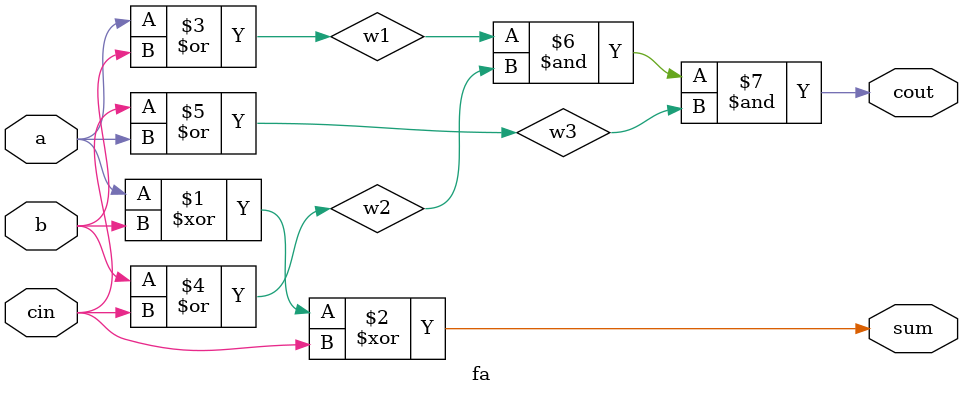
<source format=v>
`resetall

module csa2(cout,sum,cin,a,b);
input [3:0]a,b;
input cin;
output [3:0]sum;
output cout;

wire s1,s2,s3,c0,c1,c2,c3,c4,c5,c6,c7;

fa f1(c0,sum[0],cin,a[0],b[0]);
fa f2(c1,s1,cin,a[1],b[1]);
fa f3(c2,s2,cin,a[2],b[2]);
fa f4(c3,s3,cin,a[3],b[3]);

fa f5(c4,sum[1],1'b0,c0,s1);
fa f6(c5,sum[2],c4,c1,s2);
fa f7(c6,sum[3],c5,c2,s3);
fa f8(c7,cout,c6,c3,1'b0);

endmodule

module fa(cout,sum,cin,a,b);

input a,b,cin;
output cout,sum;

wire w1,w2,w3;

xor xor1(sum,a,b,cin);
or or1(w1,a,b);
or or2(w2,b,cin);
or or3(w3,cin,a);
and and1(cout,w1,w2,w3);

endmodule

</source>
